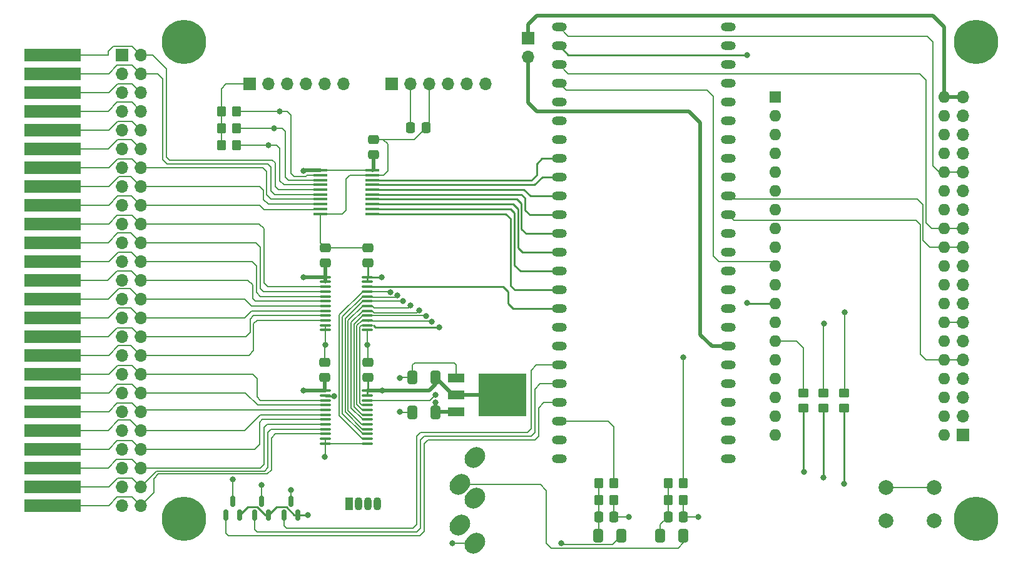
<source format=gbr>
%TF.GenerationSoftware,KiCad,Pcbnew,(6.0.11)*%
%TF.CreationDate,2023-06-18T20:13:54-07:00*%
%TF.ProjectId,TRS-IO-M3,5452532d-494f-42d4-9d33-2e6b69636164,rev?*%
%TF.SameCoordinates,Original*%
%TF.FileFunction,Copper,L1,Top*%
%TF.FilePolarity,Positive*%
%FSLAX46Y46*%
G04 Gerber Fmt 4.6, Leading zero omitted, Abs format (unit mm)*
G04 Created by KiCad (PCBNEW (6.0.11)) date 2023-06-18 20:13:54*
%MOMM*%
%LPD*%
G01*
G04 APERTURE LIST*
G04 Aperture macros list*
%AMRoundRect*
0 Rectangle with rounded corners*
0 $1 Rounding radius*
0 $2 $3 $4 $5 $6 $7 $8 $9 X,Y pos of 4 corners*
0 Add a 4 corners polygon primitive as box body*
4,1,4,$2,$3,$4,$5,$6,$7,$8,$9,$2,$3,0*
0 Add four circle primitives for the rounded corners*
1,1,$1+$1,$2,$3*
1,1,$1+$1,$4,$5*
1,1,$1+$1,$6,$7*
1,1,$1+$1,$8,$9*
0 Add four rect primitives between the rounded corners*
20,1,$1+$1,$2,$3,$4,$5,0*
20,1,$1+$1,$4,$5,$6,$7,0*
20,1,$1+$1,$6,$7,$8,$9,0*
20,1,$1+$1,$8,$9,$2,$3,0*%
%AMHorizOval*
0 Thick line with rounded ends*
0 $1 width*
0 $2 $3 position (X,Y) of the first rounded end (center of the circle)*
0 $4 $5 position (X,Y) of the second rounded end (center of the circle)*
0 Add line between two ends*
20,1,$1,$2,$3,$4,$5,0*
0 Add two circle primitives to create the rounded ends*
1,1,$1,$2,$3*
1,1,$1,$4,$5*%
G04 Aperture macros list end*
%TA.AperFunction,SMDPad,CuDef*%
%ADD10RoundRect,0.100000X-0.850000X-0.100000X0.850000X-0.100000X0.850000X0.100000X-0.850000X0.100000X0*%
%TD*%
%TA.AperFunction,ComponentPad*%
%ADD11C,6.000000*%
%TD*%
%TA.AperFunction,ComponentPad*%
%ADD12C,0.800000*%
%TD*%
%TA.AperFunction,SMDPad,CuDef*%
%ADD13RoundRect,0.250000X0.350000X0.450000X-0.350000X0.450000X-0.350000X-0.450000X0.350000X-0.450000X0*%
%TD*%
%TA.AperFunction,SMDPad,CuDef*%
%ADD14RoundRect,0.250000X-0.450000X0.350000X-0.450000X-0.350000X0.450000X-0.350000X0.450000X0.350000X0*%
%TD*%
%TA.AperFunction,ComponentPad*%
%ADD15R,1.700000X1.700000*%
%TD*%
%TA.AperFunction,ComponentPad*%
%ADD16O,1.700000X1.700000*%
%TD*%
%TA.AperFunction,SMDPad,CuDef*%
%ADD17RoundRect,0.250000X-0.475000X0.337500X-0.475000X-0.337500X0.475000X-0.337500X0.475000X0.337500X0*%
%TD*%
%TA.AperFunction,ComponentPad*%
%ADD18O,2.000000X1.200000*%
%TD*%
%TA.AperFunction,SMDPad,CuDef*%
%ADD19RoundRect,0.250000X0.475000X-0.337500X0.475000X0.337500X-0.475000X0.337500X-0.475000X-0.337500X0*%
%TD*%
%TA.AperFunction,SMDPad,CuDef*%
%ADD20R,2.200000X1.200000*%
%TD*%
%TA.AperFunction,SMDPad,CuDef*%
%ADD21R,6.400000X5.800000*%
%TD*%
%TA.AperFunction,SMDPad,CuDef*%
%ADD22RoundRect,0.100000X-0.637500X-0.100000X0.637500X-0.100000X0.637500X0.100000X-0.637500X0.100000X0*%
%TD*%
%TA.AperFunction,ComponentPad*%
%ADD23HorizOval,2.400000X-0.212132X-0.212132X0.212132X0.212132X0*%
%TD*%
%TA.AperFunction,SMDPad,CuDef*%
%ADD24RoundRect,0.150000X0.150000X-0.587500X0.150000X0.587500X-0.150000X0.587500X-0.150000X-0.587500X0*%
%TD*%
%TA.AperFunction,SMDPad,CuDef*%
%ADD25RoundRect,0.250000X-0.350000X-0.450000X0.350000X-0.450000X0.350000X0.450000X-0.350000X0.450000X0*%
%TD*%
%TA.AperFunction,SMDPad,CuDef*%
%ADD26RoundRect,0.250000X0.412500X0.650000X-0.412500X0.650000X-0.412500X-0.650000X0.412500X-0.650000X0*%
%TD*%
%TA.AperFunction,ComponentPad*%
%ADD27R,1.600000X1.600000*%
%TD*%
%TA.AperFunction,ComponentPad*%
%ADD28O,1.600000X1.600000*%
%TD*%
%TA.AperFunction,SMDPad,CuDef*%
%ADD29RoundRect,0.250000X-0.337500X-0.475000X0.337500X-0.475000X0.337500X0.475000X-0.337500X0.475000X0*%
%TD*%
%TA.AperFunction,ConnectorPad*%
%ADD30R,7.620000X1.778000*%
%TD*%
%TA.AperFunction,ComponentPad*%
%ADD31R,1.070000X1.800000*%
%TD*%
%TA.AperFunction,ComponentPad*%
%ADD32O,1.070000X1.800000*%
%TD*%
%TA.AperFunction,ComponentPad*%
%ADD33C,2.000000*%
%TD*%
%TA.AperFunction,ViaPad*%
%ADD34C,0.800000*%
%TD*%
%TA.AperFunction,Conductor*%
%ADD35C,0.250000*%
%TD*%
%TA.AperFunction,Conductor*%
%ADD36C,0.500380*%
%TD*%
%TA.AperFunction,Conductor*%
%ADD37C,0.200000*%
%TD*%
G04 APERTURE END LIST*
D10*
%TO.P,U3,1,A->B*%
%TO.N,+3V3*%
X143200000Y-78375000D03*
%TO.P,U3,2,A0*%
%TO.N,HSYNC*%
X143200000Y-79025000D03*
%TO.P,U3,3,A1*%
%TO.N,VSYNC*%
X143200000Y-79675000D03*
%TO.P,U3,4,A2*%
%TO.N,VIDEO*%
X143200000Y-80325000D03*
%TO.P,U3,5,A3*%
%TO.N,_IORQ*%
X143200000Y-80975000D03*
%TO.P,U3,6,A4*%
%TO.N,_M1*%
X143200000Y-81625000D03*
%TO.P,U3,7,A5*%
%TO.N,_RESET*%
X143200000Y-82275000D03*
%TO.P,U3,8,A6*%
%TO.N,_OUT*%
X143200000Y-82925000D03*
%TO.P,U3,9,A7*%
%TO.N,_IN*%
X143200000Y-83575000D03*
%TO.P,U3,10,GND*%
%TO.N,GND*%
X143200000Y-84225000D03*
%TO.P,U3,11,B7*%
%TO.N,_INX*%
X150200000Y-84225000D03*
%TO.P,U3,12,B6*%
%TO.N,_OUTX*%
X150200000Y-83575000D03*
%TO.P,U3,13,B5*%
%TO.N,_RESETX*%
X150200000Y-82925000D03*
%TO.P,U3,14,B4*%
%TO.N,_M1X*%
X150200000Y-82275000D03*
%TO.P,U3,15,B3*%
%TO.N,_IORQX*%
X150200000Y-81625000D03*
%TO.P,U3,16,B2*%
%TO.N,VIDEOX*%
X150200000Y-80975000D03*
%TO.P,U3,17,B1*%
%TO.N,VSYNCX*%
X150200000Y-80325000D03*
%TO.P,U3,18,B0*%
%TO.N,HSYNCX*%
X150200000Y-79675000D03*
%TO.P,U3,19,CE*%
%TO.N,GND*%
X150200000Y-79025000D03*
%TO.P,U3,20,VCC*%
%TO.N,+3V3*%
X150200000Y-78375000D03*
%TD*%
D11*
%TO.P,H1,1,1*%
%TO.N,GND*%
X124714000Y-60960000D03*
D12*
X126304990Y-62550990D03*
X123123010Y-59369010D03*
X126964000Y-60960000D03*
X124714000Y-58710000D03*
X122464000Y-60960000D03*
X124714000Y-63210000D03*
X126304990Y-59369010D03*
X123123010Y-62550990D03*
%TD*%
%TO.P,H2,1,1*%
%TO.N,GND*%
X233540990Y-62550990D03*
X234200000Y-60960000D03*
D11*
X231950000Y-60960000D03*
D12*
X229700000Y-60960000D03*
X230359010Y-62550990D03*
X230359010Y-59369010D03*
X233540990Y-59369010D03*
X231950000Y-63210000D03*
X231950000Y-58710000D03*
%TD*%
%TO.P,H3,1,1*%
%TO.N,GND*%
X126964000Y-125476000D03*
X124714000Y-127726000D03*
X126304990Y-123885010D03*
X123123010Y-127066990D03*
D11*
X124714000Y-125476000D03*
D12*
X122464000Y-125476000D03*
X124714000Y-123226000D03*
X126304990Y-127066990D03*
X123123010Y-123885010D03*
%TD*%
%TO.P,H4,1,1*%
%TO.N,GND*%
X233540990Y-123885010D03*
X229700000Y-125476000D03*
X233540990Y-127066990D03*
X231950000Y-127726000D03*
X230359010Y-123885010D03*
X234200000Y-125476000D03*
X231950000Y-123226000D03*
X230359010Y-127066990D03*
D11*
X231950000Y-125476000D03*
%TD*%
D13*
%TO.P,R9,1*%
%TO.N,VSYNC*%
X131810000Y-72644000D03*
%TO.P,R9,2*%
%TO.N,GND*%
X129810000Y-72644000D03*
%TD*%
%TO.P,R8,1*%
%TO.N,HSYNC*%
X131810000Y-70358000D03*
%TO.P,R8,2*%
%TO.N,GND*%
X129810000Y-70358000D03*
%TD*%
D14*
%TO.P,R1,1*%
%TO.N,LED_RED*%
X208534000Y-108474000D03*
%TO.P,R1,2*%
%TO.N,Net-(D1-Pad1)*%
X208534000Y-110474000D03*
%TD*%
%TO.P,R2,1*%
%TO.N,LED_GREEN*%
X214068000Y-108474000D03*
%TO.P,R2,2*%
%TO.N,Net-(D1-Pad4)*%
X214068000Y-110474000D03*
%TD*%
D15*
%TO.P,J5,1,Pin_1*%
%TO.N,GND*%
X133600000Y-66675000D03*
D16*
%TO.P,J5,2,Pin_2*%
%TO.N,VIDEO*%
X136140000Y-66675000D03*
%TO.P,J5,3,Pin_3*%
%TO.N,GND*%
X138680000Y-66675000D03*
%TO.P,J5,4,Pin_4*%
%TO.N,VSYNC*%
X141220000Y-66675000D03*
%TO.P,J5,5,Pin_5*%
%TO.N,GND*%
X143760000Y-66675000D03*
%TO.P,J5,6,Pin_6*%
%TO.N,HSYNC*%
X146300000Y-66675000D03*
%TD*%
D17*
%TO.P,C6,1*%
%TO.N,GND*%
X149650000Y-104312500D03*
%TO.P,C6,2*%
%TO.N,+1V8*%
X149650000Y-106387500D03*
%TD*%
D18*
%TO.P,U5,1,Pad_38*%
%TO.N,CS_SD_CARD*%
X175520000Y-58985000D03*
%TO.P,U5,2,Pad_37*%
%TO.N,MOSI*%
X175520000Y-61525000D03*
%TO.P,U5,3,Pad_36*%
%TO.N,SCK*%
X175520000Y-64065000D03*
%TO.P,U5,4,Pad_39*%
%TO.N,MISO*%
X175520000Y-66605000D03*
%TO.P,U5,5,Pad_25*%
%TO.N,HSYNC_O*%
X175520000Y-69145000D03*
%TO.P,U5,6,Pad_26*%
%TO.N,VSYNC_O*%
X175520000Y-71685000D03*
%TO.P,U5,7,Pad_27*%
%TO.N,VIDEO_O*%
X175520000Y-74225000D03*
%TO.P,U5,8,Pad_28*%
%TO.N,HSYNCX*%
X175520000Y-76765000D03*
%TO.P,U5,9,Pad_29*%
%TO.N,VSYNCX*%
X175520000Y-79305000D03*
%TO.P,U5,10,Pad_30*%
%TO.N,VIDEOX*%
X175520000Y-81845000D03*
%TO.P,U5,11,Pad_33*%
%TO.N,_IORQX*%
X175520000Y-84385000D03*
%TO.P,U5,12,Pad_34*%
%TO.N,_M1X*%
X175520000Y-86925000D03*
%TO.P,U5,13,Pad_40*%
%TO.N,_RESETX*%
X175520000Y-89465000D03*
%TO.P,U5,14,Pad_35*%
%TO.N,_OUTX*%
X175520000Y-92005000D03*
%TO.P,U5,15,Pad_41*%
%TO.N,_INX*%
X175520000Y-94545000D03*
%TO.P,U5,16,Pad_42*%
%TO.N,ABUS_SEL_N*%
X175520000Y-97085000D03*
%TO.P,U5,17,Pad_51*%
%TO.N,READ_N*%
X175520000Y-99625000D03*
%TO.P,U5,18,Pad_53*%
%TO.N,DBUS_SEL_N*%
X175520000Y-102165000D03*
%TO.P,U5,19,Pad_54*%
%TO.N,INT*%
X175520000Y-104705000D03*
%TO.P,U5,20,Pad_55*%
%TO.N,WAIT*%
X175520000Y-107245000D03*
%TO.P,U5,21,Pad_56*%
%TO.N,EXTIOSEL*%
X175520000Y-109785000D03*
%TO.P,U5,22,Pad_57*%
%TO.N,CASS_OUT_LEFT*%
X175520000Y-112325000D03*
%TO.P,U5,23,Pad_68*%
%TO.N,unconnected-(U5-Pad23)*%
X175520000Y-114865000D03*
%TO.P,U5,24,Pad_69*%
%TO.N,unconnected-(U5-Pad24)*%
X175520000Y-117405000D03*
%TO.P,U5,25,3V3*%
%TO.N,+3V3*%
X198420000Y-117405000D03*
%TO.P,U5,26,GND*%
%TO.N,GND*%
X198420000Y-114865000D03*
%TO.P,U5,27,Pad_32*%
%TO.N,ESP_S2*%
X198420000Y-112325000D03*
%TO.P,U5,28,Pad_31*%
%TO.N,ESP_S1*%
X198420000Y-109785000D03*
%TO.P,U5,29,Pad_49*%
%TO.N,ESP_S0*%
X198420000Y-107245000D03*
%TO.P,U5,30,Pad_48*%
%TO.N,CS_FPGA*%
X198420000Y-104705000D03*
%TO.P,U5,31,5V*%
%TO.N,VU*%
X198420000Y-102165000D03*
%TO.P,U5,32,Pad_70*%
%TO.N,unconnected-(U5-Pad32)*%
X198420000Y-99625000D03*
%TO.P,U5,33,Pad_71*%
%TO.N,unconnected-(U5-Pad33)*%
X198420000Y-97085000D03*
%TO.P,U5,34,Pad_72*%
%TO.N,unconnected-(U5-Pad34)*%
X198420000Y-94545000D03*
%TO.P,U5,35,Pad_73*%
%TO.N,unconnected-(U5-Pad35)*%
X198420000Y-92005000D03*
%TO.P,U5,36,Pad_74*%
%TO.N,unconnected-(U5-Pad36)*%
X198420000Y-89465000D03*
%TO.P,U5,37,Pad_75*%
%TO.N,unconnected-(U5-Pad37)*%
X198420000Y-86925000D03*
%TO.P,U5,38,Pad_76*%
%TO.N,REQ*%
X198420000Y-84385000D03*
%TO.P,U5,39,Pad_77*%
%TO.N,DONE*%
X198420000Y-81845000D03*
%TO.P,U5,40,Pad_79*%
%TO.N,A0D7*%
X198420000Y-79305000D03*
%TO.P,U5,41,Pad_80*%
%TO.N,A1D6*%
X198420000Y-76765000D03*
%TO.P,U5,42,Pad_81*%
%TO.N,A2D5*%
X198420000Y-74225000D03*
%TO.P,U5,43,Pad_82*%
%TO.N,A3D4*%
X198420000Y-71685000D03*
%TO.P,U5,44,Pad_83*%
%TO.N,A4D3*%
X198420000Y-69145000D03*
%TO.P,U5,45,Pad_84*%
%TO.N,A5D2*%
X198420000Y-66605000D03*
%TO.P,U5,46,Pad_85*%
%TO.N,A6D1*%
X198420000Y-64065000D03*
%TO.P,U5,47,Pad_86*%
%TO.N,A7D0*%
X198420000Y-61525000D03*
%TO.P,U5,48,Pad_63*%
%TO.N,CASS_OUT_RIGHT*%
X198420000Y-58985000D03*
%TD*%
D19*
%TO.P,C1,1*%
%TO.N,+3V3*%
X143850000Y-90887500D03*
%TO.P,C1,2*%
%TO.N,GND*%
X143850000Y-88812500D03*
%TD*%
D17*
%TO.P,C7,1*%
%TO.N,GND*%
X150400000Y-74162500D03*
%TO.P,C7,2*%
%TO.N,+3V3*%
X150400000Y-76237500D03*
%TD*%
D20*
%TO.P,U4,1,GND*%
%TO.N,GND*%
X161544000Y-106433000D03*
%TO.P,U4,2,VO*%
%TO.N,+1V8*%
X161544000Y-108713000D03*
D21*
X167844000Y-108713000D03*
D20*
%TO.P,U4,3,VI*%
%TO.N,+3V3*%
X161544000Y-110993000D03*
%TD*%
D22*
%TO.P,U2,1,VCCA*%
%TO.N,+3V3*%
X143837500Y-108175000D03*
%TO.P,U2,2,DIR*%
%TO.N,READ_N*%
X143837500Y-108825000D03*
%TO.P,U2,3,A1*%
%TO.N,D7*%
X143837500Y-109475000D03*
%TO.P,U2,4,A2*%
%TO.N,D6*%
X143837500Y-110125000D03*
%TO.P,U2,5,A3*%
%TO.N,D5*%
X143837500Y-110775000D03*
%TO.P,U2,6,A4*%
%TO.N,D4*%
X143837500Y-111425000D03*
%TO.P,U2,7,A5*%
%TO.N,D3*%
X143837500Y-112075000D03*
%TO.P,U2,8,A6*%
%TO.N,D2*%
X143837500Y-112725000D03*
%TO.P,U2,9,A7*%
%TO.N,D1*%
X143837500Y-113375000D03*
%TO.P,U2,10,A8*%
%TO.N,D0*%
X143837500Y-114025000D03*
%TO.P,U2,11,GND*%
%TO.N,GND*%
X143837500Y-114675000D03*
%TO.P,U2,12,GND*%
X143837500Y-115325000D03*
%TO.P,U2,13,GND*%
X149562500Y-115325000D03*
%TO.P,U2,14,B8*%
%TO.N,A7D0*%
X149562500Y-114675000D03*
%TO.P,U2,15,B7*%
%TO.N,A6D1*%
X149562500Y-114025000D03*
%TO.P,U2,16,B6*%
%TO.N,A5D2*%
X149562500Y-113375000D03*
%TO.P,U2,17,B5*%
%TO.N,A4D3*%
X149562500Y-112725000D03*
%TO.P,U2,18,B4*%
%TO.N,A3D4*%
X149562500Y-112075000D03*
%TO.P,U2,19,B3*%
%TO.N,A2D5*%
X149562500Y-111425000D03*
%TO.P,U2,20,B2*%
%TO.N,A1D6*%
X149562500Y-110775000D03*
%TO.P,U2,21,B1*%
%TO.N,A0D7*%
X149562500Y-110125000D03*
%TO.P,U2,22,OEn*%
%TO.N,DBUS_SEL_N*%
X149562500Y-109475000D03*
%TO.P,U2,23,VCCB*%
%TO.N,+1V8*%
X149562500Y-108825000D03*
%TO.P,U2,24,VCCB*%
X149562500Y-108175000D03*
%TD*%
D17*
%TO.P,C3,1*%
%TO.N,GND*%
X149600000Y-88812500D03*
%TO.P,C3,2*%
%TO.N,+1V8*%
X149600000Y-90887500D03*
%TD*%
D23*
%TO.P,J7,R*%
%TO.N,Net-(C12-Pad1)*%
X162084000Y-120878000D03*
%TO.P,J7,RN*%
%TO.N,N/C*%
X164084000Y-122678000D03*
%TO.P,J7,S*%
%TO.N,GND*%
X164084000Y-128778000D03*
%TO.P,J7,T*%
%TO.N,Net-(C11-Pad1)*%
X162084000Y-126378000D03*
%TO.P,J7,TN*%
%TO.N,N/C*%
X164084000Y-117178000D03*
%TD*%
D24*
%TO.P,Q2,1,G*%
%TO.N,WAIT*%
X134279600Y-124991100D03*
%TO.P,Q2,2,S*%
%TO.N,GND*%
X136179600Y-124991100D03*
%TO.P,Q2,3,D*%
%TO.N,_IOWAIT*%
X135229600Y-123116100D03*
%TD*%
D25*
%TO.P,R7,1*%
%TO.N,Net-(C10-Pad1)*%
X190262000Y-122936000D03*
%TO.P,R7,2*%
%TO.N,GND*%
X192262000Y-122936000D03*
%TD*%
D26*
%TO.P,C4,1*%
%TO.N,+1V8*%
X158781500Y-106338000D03*
%TO.P,C4,2*%
%TO.N,GND*%
X155656500Y-106338000D03*
%TD*%
D15*
%TO.P,J4,1,Pin_1*%
%TO.N,+5V*%
X171300000Y-60475000D03*
D16*
%TO.P,J4,2,Pin_2*%
%TO.N,VU*%
X171300000Y-63015000D03*
%TD*%
D26*
%TO.P,C12,1*%
%TO.N,Net-(C12-Pad1)*%
X192316500Y-127762000D03*
%TO.P,C12,2*%
%TO.N,Net-(C10-Pad1)*%
X189191500Y-127762000D03*
%TD*%
D27*
%TO.P,U6,1,GPIO6*%
%TO.N,unconnected-(U6-Pad1)*%
X204750000Y-68400000D03*
D28*
%TO.P,U6,2,GPIO7*%
%TO.N,unconnected-(U6-Pad2)*%
X204750000Y-70940000D03*
%TO.P,U6,3,GPIO8*%
%TO.N,unconnected-(U6-Pad3)*%
X204750000Y-73480000D03*
%TO.P,U6,4,GPIO15*%
%TO.N,CS_FPGA*%
X204750000Y-76020000D03*
%TO.P,U6,5,GPIO2*%
%TO.N,unconnected-(U6-Pad5)*%
X204750000Y-78560000D03*
%TO.P,U6,6,GPIO0*%
%TO.N,unconnected-(U6-Pad6)*%
X204750000Y-81100000D03*
%TO.P,U6,7,GPIO4*%
%TO.N,LED_GREEN*%
X204750000Y-83640000D03*
%TO.P,U6,8,GPIO16*%
%TO.N,ESP_S0*%
X204750000Y-86180000D03*
%TO.P,U6,9,GPIO17*%
%TO.N,ESP_S1*%
X204750000Y-88720000D03*
%TO.P,U6,10,GPIO5*%
%TO.N,MISO*%
X204750000Y-91260000D03*
%TO.P,U6,11,GPIO18*%
%TO.N,ESP_S2*%
X204750000Y-93800000D03*
%TO.P,U6,12,GPIO19*%
%TO.N,MOSI*%
X204750000Y-96340000D03*
%TO.P,U6,13,GND*%
%TO.N,GND*%
X204750000Y-98880000D03*
%TO.P,U6,14,GPIO21*%
%TO.N,LED_RED*%
X204750000Y-101420000D03*
%TO.P,U6,15,GPIO3*%
%TO.N,unconnected-(U6-Pad15)*%
X204750000Y-103960000D03*
%TO.P,U6,16,GPIO1*%
%TO.N,unconnected-(U6-Pad16)*%
X204750000Y-106500000D03*
%TO.P,U6,17,GPIO22*%
%TO.N,BUTTON*%
X204750000Y-109040000D03*
%TO.P,U6,18,GPIO23*%
%TO.N,unconnected-(U6-Pad18)*%
X204750000Y-111580000D03*
%TO.P,U6,19,GND*%
%TO.N,GND*%
X204750000Y-114120000D03*
%TO.P,U6,20,3V3*%
%TO.N,unconnected-(U6-Pad20)*%
X227610000Y-114120000D03*
%TO.P,U6,21,RESET*%
%TO.N,unconnected-(U6-Pad21)*%
X227610000Y-111580000D03*
%TO.P,U6,22,GPIO36*%
%TO.N,unconnected-(U6-Pad22)*%
X227610000Y-109040000D03*
%TO.P,U6,23,GPIO39*%
%TO.N,unconnected-(U6-Pad23)*%
X227610000Y-106500000D03*
%TO.P,U6,24,GPIO34*%
%TO.N,REQ*%
X227610000Y-103960000D03*
%TO.P,U6,25,GPIO35*%
%TO.N,unconnected-(U6-Pad25)*%
X227610000Y-101420000D03*
%TO.P,U6,26,GPIO32*%
%TO.N,LED_BLUE*%
X227610000Y-98880000D03*
%TO.P,U6,27,GPIO33*%
%TO.N,unconnected-(U6-Pad27)*%
X227610000Y-96340000D03*
%TO.P,U6,28,GPIO25*%
%TO.N,unconnected-(U6-Pad28)*%
X227610000Y-93800000D03*
%TO.P,U6,29,GPIO26*%
%TO.N,unconnected-(U6-Pad29)*%
X227610000Y-91260000D03*
%TO.P,U6,30,GPIO27*%
%TO.N,DONE*%
X227610000Y-88720000D03*
%TO.P,U6,31,GPIO14*%
%TO.N,SCK*%
X227610000Y-86180000D03*
%TO.P,U6,32,GPIO12*%
%TO.N,unconnected-(U6-Pad32)*%
X227610000Y-83640000D03*
%TO.P,U6,33,GND*%
%TO.N,GND*%
X227610000Y-81100000D03*
%TO.P,U6,34,GPIO13*%
%TO.N,CS_SD_CARD*%
X227610000Y-78560000D03*
%TO.P,U6,35,GPIO9*%
%TO.N,unconnected-(U6-Pad35)*%
X227610000Y-76020000D03*
%TO.P,U6,36,GPIO10*%
%TO.N,unconnected-(U6-Pad36)*%
X227610000Y-73480000D03*
%TO.P,U6,37,GPIO11*%
%TO.N,unconnected-(U6-Pad37)*%
X227610000Y-70940000D03*
%TO.P,U6,38,5V*%
%TO.N,+5V*%
X227610000Y-68463500D03*
%TD*%
D29*
%TO.P,C9,1*%
%TO.N,Net-(C11-Pad2)*%
X180826500Y-125222000D03*
%TO.P,C9,2*%
%TO.N,GND*%
X182901500Y-125222000D03*
%TD*%
D30*
%TO.P,J1,1,Pin_1*%
%TO.N,D0*%
X106934000Y-123698000D03*
%TO.P,J1,3,Pin_3*%
%TO.N,D1*%
X106934000Y-121158000D03*
%TO.P,J1,5,Pin_5*%
%TO.N,D2*%
X106934000Y-118618000D03*
%TO.P,J1,7,Pin_7*%
%TO.N,D3*%
X106934000Y-116078000D03*
%TO.P,J1,9,Pin_9*%
%TO.N,D4*%
X106934000Y-113538000D03*
%TO.P,J1,11,Pin_11*%
%TO.N,D5*%
X106934000Y-110998000D03*
%TO.P,J1,13,Pin_13*%
%TO.N,D6*%
X106934000Y-108458000D03*
%TO.P,J1,15,Pin_15*%
%TO.N,D7*%
X106934000Y-105918000D03*
%TO.P,J1,17,Pin_17*%
%TO.N,A0*%
X106934000Y-103378000D03*
%TO.P,J1,19,Pin_19*%
%TO.N,A1*%
X106934000Y-100838000D03*
%TO.P,J1,21,Pin_21*%
%TO.N,A2*%
X106934000Y-98298000D03*
%TO.P,J1,23,Pin_23*%
%TO.N,A3*%
X106934000Y-95758000D03*
%TO.P,J1,25,Pin_25*%
%TO.N,A4*%
X106934000Y-93218000D03*
%TO.P,J1,27,Pin_27*%
%TO.N,A5*%
X106934000Y-90678000D03*
%TO.P,J1,29,Pin_29*%
%TO.N,A6*%
X106934000Y-88138000D03*
%TO.P,J1,31,Pin_31*%
%TO.N,A7*%
X106934000Y-85598000D03*
%TO.P,J1,33,Pin_33*%
%TO.N,_IN*%
X106934000Y-83058000D03*
%TO.P,J1,35,Pin_35*%
%TO.N,_OUT*%
X106934000Y-80518000D03*
%TO.P,J1,37,Pin_37*%
%TO.N,_RESET*%
X106934000Y-77978000D03*
%TO.P,J1,39,Pin_39*%
%TO.N,_IOINT*%
X106934000Y-75438000D03*
%TO.P,J1,41,Pin_41*%
%TO.N,_IOWAIT*%
X106934000Y-72898000D03*
%TO.P,J1,43,Pin_43*%
%TO.N,_EXTIOSEL*%
X106934000Y-70358000D03*
%TO.P,J1,45,Pin_45*%
%TO.N,NC*%
X106934000Y-67818000D03*
%TO.P,J1,47,Pin_47*%
%TO.N,_M1*%
X106934000Y-65278000D03*
%TO.P,J1,49,Pin_49*%
%TO.N,_IORQ*%
X106934000Y-62738000D03*
%TD*%
D24*
%TO.P,Q1,1,G*%
%TO.N,INT*%
X138242000Y-124991100D03*
%TO.P,Q1,2,S*%
%TO.N,GND*%
X140142000Y-124991100D03*
%TO.P,Q1,3,D*%
%TO.N,_IOINT*%
X139192000Y-123116100D03*
%TD*%
D15*
%TO.P,J6,1,Pin_1*%
%TO.N,GND*%
X152800000Y-66675000D03*
D16*
%TO.P,J6,2,Pin_2*%
%TO.N,VIDEO_O*%
X155340000Y-66675000D03*
%TO.P,J6,3,Pin_3*%
%TO.N,GND*%
X157880000Y-66675000D03*
%TO.P,J6,4,Pin_4*%
%TO.N,VSYNC_O*%
X160420000Y-66675000D03*
%TO.P,J6,5,Pin_5*%
%TO.N,GND*%
X162960000Y-66675000D03*
%TO.P,J6,6,Pin_6*%
%TO.N,HSYNC_O*%
X165500000Y-66675000D03*
%TD*%
D14*
%TO.P,R3,1*%
%TO.N,LED_BLUE*%
X211274000Y-108474000D03*
%TO.P,R3,2*%
%TO.N,Net-(D1-Pad3)*%
X211274000Y-110474000D03*
%TD*%
D29*
%TO.P,C10,1*%
%TO.N,Net-(C10-Pad1)*%
X190224500Y-125222000D03*
%TO.P,C10,2*%
%TO.N,GND*%
X192299500Y-125222000D03*
%TD*%
D25*
%TO.P,R4,1*%
%TO.N,Net-(C11-Pad2)*%
X180864000Y-120650000D03*
%TO.P,R4,2*%
%TO.N,CASS_OUT_LEFT*%
X182864000Y-120650000D03*
%TD*%
%TO.P,R6,1*%
%TO.N,Net-(C11-Pad2)*%
X180864000Y-122936000D03*
%TO.P,R6,2*%
%TO.N,GND*%
X182864000Y-122936000D03*
%TD*%
D31*
%TO.P,D1,1,RA*%
%TO.N,Net-(D1-Pad1)*%
X147045600Y-123444000D03*
D32*
%TO.P,D1,2,K*%
%TO.N,GND*%
X148315600Y-123444000D03*
%TO.P,D1,3,BA*%
%TO.N,Net-(D1-Pad3)*%
X149585600Y-123444000D03*
%TO.P,D1,4,GA*%
%TO.N,Net-(D1-Pad4)*%
X150855600Y-123444000D03*
%TD*%
D25*
%TO.P,R5,1*%
%TO.N,Net-(C10-Pad1)*%
X190262000Y-120650000D03*
%TO.P,R5,2*%
%TO.N,CASS_OUT_RIGHT*%
X192262000Y-120650000D03*
%TD*%
D16*
%TO.P,J2,1,Pin_1*%
%TO.N,D0*%
X118867000Y-123703000D03*
%TO.P,J2,2,Pin_2*%
%TO.N,GND*%
X116327000Y-123703000D03*
%TO.P,J2,3,Pin_3*%
%TO.N,D1*%
X118867000Y-121163000D03*
%TO.P,J2,4,Pin_4*%
%TO.N,GND*%
X116327000Y-121163000D03*
%TO.P,J2,5,Pin_5*%
%TO.N,D2*%
X118867000Y-118623000D03*
%TO.P,J2,6,Pin_6*%
%TO.N,GND*%
X116327000Y-118623000D03*
%TO.P,J2,7,Pin_7*%
%TO.N,D3*%
X118867000Y-116083000D03*
%TO.P,J2,8,Pin_8*%
%TO.N,GND*%
X116327000Y-116083000D03*
%TO.P,J2,9,Pin_9*%
%TO.N,D4*%
X118867000Y-113543000D03*
%TO.P,J2,10,Pin_10*%
%TO.N,GND*%
X116327000Y-113543000D03*
%TO.P,J2,11,Pin_11*%
%TO.N,D5*%
X118867000Y-111003000D03*
%TO.P,J2,12,Pin_12*%
%TO.N,GND*%
X116327000Y-111003000D03*
%TO.P,J2,13,Pin_13*%
%TO.N,D6*%
X118867000Y-108463000D03*
%TO.P,J2,14,Pin_14*%
%TO.N,GND*%
X116327000Y-108463000D03*
%TO.P,J2,15,Pin_15*%
%TO.N,D7*%
X118867000Y-105923000D03*
%TO.P,J2,16,Pin_16*%
%TO.N,GND*%
X116327000Y-105923000D03*
%TO.P,J2,17,Pin_17*%
%TO.N,A0*%
X118867000Y-103383000D03*
%TO.P,J2,18,Pin_18*%
%TO.N,GND*%
X116327000Y-103383000D03*
%TO.P,J2,19,Pin_19*%
%TO.N,A1*%
X118867000Y-100843000D03*
%TO.P,J2,20,Pin_20*%
%TO.N,GND*%
X116327000Y-100843000D03*
%TO.P,J2,21,Pin_21*%
%TO.N,A2*%
X118867000Y-98303000D03*
%TO.P,J2,22,Pin_22*%
%TO.N,GND*%
X116327000Y-98303000D03*
%TO.P,J2,23,Pin_23*%
%TO.N,A3*%
X118867000Y-95763000D03*
%TO.P,J2,24,Pin_24*%
%TO.N,GND*%
X116327000Y-95763000D03*
%TO.P,J2,25,Pin_25*%
%TO.N,A4*%
X118867000Y-93223000D03*
%TO.P,J2,26,Pin_26*%
%TO.N,GND*%
X116327000Y-93223000D03*
%TO.P,J2,27,Pin_27*%
%TO.N,A5*%
X118867000Y-90683000D03*
%TO.P,J2,28,Pin_28*%
%TO.N,GND*%
X116327000Y-90683000D03*
%TO.P,J2,29,Pin_29*%
%TO.N,A6*%
X118867000Y-88143000D03*
%TO.P,J2,30,Pin_30*%
%TO.N,GND*%
X116327000Y-88143000D03*
%TO.P,J2,31,Pin_31*%
%TO.N,A7*%
X118867000Y-85603000D03*
%TO.P,J2,32,Pin_32*%
%TO.N,GND*%
X116327000Y-85603000D03*
%TO.P,J2,33,Pin_33*%
%TO.N,_IN*%
X118867000Y-83063000D03*
%TO.P,J2,34,Pin_34*%
%TO.N,GND*%
X116327000Y-83063000D03*
%TO.P,J2,35,Pin_35*%
%TO.N,_OUT*%
X118867000Y-80523000D03*
%TO.P,J2,36,Pin_36*%
%TO.N,GND*%
X116327000Y-80523000D03*
%TO.P,J2,37,Pin_37*%
%TO.N,_RESET*%
X118867000Y-77983000D03*
%TO.P,J2,38,Pin_38*%
%TO.N,GND*%
X116327000Y-77983000D03*
%TO.P,J2,39,Pin_39*%
%TO.N,_IOINT*%
X118867000Y-75443000D03*
%TO.P,J2,40,Pin_40*%
%TO.N,GND*%
X116327000Y-75443000D03*
%TO.P,J2,41,Pin_41*%
%TO.N,_IOWAIT*%
X118867000Y-72903000D03*
%TO.P,J2,42,Pin_42*%
%TO.N,GND*%
X116327000Y-72903000D03*
%TO.P,J2,43,Pin_43*%
%TO.N,_EXTIOSEL*%
X118867000Y-70363000D03*
%TO.P,J2,44,Pin_44*%
%TO.N,GND*%
X116327000Y-70363000D03*
%TO.P,J2,45,Pin_45*%
%TO.N,NC*%
X118867000Y-67823000D03*
%TO.P,J2,46,Pin_46*%
%TO.N,GND*%
X116327000Y-67823000D03*
%TO.P,J2,47,Pin_47*%
%TO.N,_M1*%
X118867000Y-65283000D03*
%TO.P,J2,48,Pin_48*%
%TO.N,GND*%
X116327000Y-65283000D03*
%TO.P,J2,49,Pin_49*%
%TO.N,_IORQ*%
X118867000Y-62743000D03*
D15*
%TO.P,J2,50,Pin_50*%
%TO.N,GND*%
X116327000Y-62743000D03*
%TD*%
D26*
%TO.P,C11,1*%
%TO.N,Net-(C11-Pad1)*%
X183934500Y-127762000D03*
%TO.P,C11,2*%
%TO.N,Net-(C11-Pad2)*%
X180809500Y-127762000D03*
%TD*%
D19*
%TO.P,C2,1*%
%TO.N,+3V3*%
X143800000Y-106387500D03*
%TO.P,C2,2*%
%TO.N,GND*%
X143800000Y-104312500D03*
%TD*%
D33*
%TO.P,SW1,1,1*%
%TO.N,GND*%
X226250000Y-125750000D03*
X219750000Y-125750000D03*
%TO.P,SW1,2,2*%
%TO.N,BUTTON*%
X226250000Y-121250000D03*
X219750000Y-121250000D03*
%TD*%
D22*
%TO.P,U1,1,VCCA*%
%TO.N,+3V3*%
X143837500Y-92800000D03*
%TO.P,U1,2,DIR*%
X143837500Y-93450000D03*
%TO.P,U1,3,A1*%
%TO.N,A7*%
X143837500Y-94100000D03*
%TO.P,U1,4,A2*%
%TO.N,A6*%
X143837500Y-94750000D03*
%TO.P,U1,5,A3*%
%TO.N,A5*%
X143837500Y-95400000D03*
%TO.P,U1,6,A4*%
%TO.N,A4*%
X143837500Y-96050000D03*
%TO.P,U1,7,A5*%
%TO.N,A3*%
X143837500Y-96700000D03*
%TO.P,U1,8,A6*%
%TO.N,A2*%
X143837500Y-97350000D03*
%TO.P,U1,9,A7*%
%TO.N,A1*%
X143837500Y-98000000D03*
%TO.P,U1,10,A8*%
%TO.N,A0*%
X143837500Y-98650000D03*
%TO.P,U1,11,GND*%
%TO.N,GND*%
X143837500Y-99300000D03*
%TO.P,U1,12,GND*%
X143837500Y-99950000D03*
%TO.P,U1,13,GND*%
X149562500Y-99950000D03*
%TO.P,U1,14,B8*%
%TO.N,A0D7*%
X149562500Y-99300000D03*
%TO.P,U1,15,B7*%
%TO.N,A1D6*%
X149562500Y-98650000D03*
%TO.P,U1,16,B6*%
%TO.N,A2D5*%
X149562500Y-98000000D03*
%TO.P,U1,17,B5*%
%TO.N,A3D4*%
X149562500Y-97350000D03*
%TO.P,U1,18,B4*%
%TO.N,A4D3*%
X149562500Y-96700000D03*
%TO.P,U1,19,B3*%
%TO.N,A5D2*%
X149562500Y-96050000D03*
%TO.P,U1,20,B2*%
%TO.N,A6D1*%
X149562500Y-95400000D03*
%TO.P,U1,21,B1*%
%TO.N,A7D0*%
X149562500Y-94750000D03*
%TO.P,U1,22,OEn*%
%TO.N,ABUS_SEL_N*%
X149562500Y-94100000D03*
%TO.P,U1,23,VCCB*%
%TO.N,+1V8*%
X149562500Y-93450000D03*
%TO.P,U1,24,VCCB*%
X149562500Y-92800000D03*
%TD*%
D26*
%TO.P,C5,1*%
%TO.N,+3V3*%
X158731500Y-111138000D03*
%TO.P,C5,2*%
%TO.N,GND*%
X155606500Y-111138000D03*
%TD*%
D29*
%TO.P,C8,1*%
%TO.N,VIDEO_O*%
X155375000Y-72550000D03*
%TO.P,C8,2*%
%TO.N,GND*%
X157450000Y-72550000D03*
%TD*%
D15*
%TO.P,J3,1,Pin_1*%
%TO.N,unconnected-(J3-Pad1)*%
X230150000Y-114150000D03*
D16*
%TO.P,J3,2,Pin_2*%
%TO.N,unconnected-(J3-Pad2)*%
X230150000Y-111610000D03*
%TO.P,J3,3,Pin_3*%
%TO.N,unconnected-(J3-Pad3)*%
X230150000Y-109070000D03*
%TO.P,J3,4,Pin_4*%
%TO.N,unconnected-(J3-Pad4)*%
X230150000Y-106530000D03*
%TO.P,J3,5,Pin_5*%
%TO.N,REQ*%
X230150000Y-103990000D03*
%TO.P,J3,6,Pin_6*%
%TO.N,unconnected-(J3-Pad6)*%
X230150000Y-101450000D03*
%TO.P,J3,7,Pin_7*%
%TO.N,LED_BLUE*%
X230150000Y-98910000D03*
%TO.P,J3,8,Pin_8*%
%TO.N,unconnected-(J3-Pad8)*%
X230150000Y-96370000D03*
%TO.P,J3,9,Pin_9*%
%TO.N,unconnected-(J3-Pad9)*%
X230150000Y-93830000D03*
%TO.P,J3,10,Pin_10*%
%TO.N,unconnected-(J3-Pad10)*%
X230150000Y-91290000D03*
%TO.P,J3,11,Pin_11*%
%TO.N,DONE*%
X230150000Y-88750000D03*
%TO.P,J3,12,Pin_12*%
%TO.N,SCK*%
X230150000Y-86210000D03*
%TO.P,J3,13,Pin_13*%
%TO.N,unconnected-(J3-Pad13)*%
X230150000Y-83670000D03*
%TO.P,J3,14,Pin_14*%
%TO.N,GND*%
X230150000Y-81130000D03*
%TO.P,J3,15,Pin_15*%
%TO.N,CS_SD_CARD*%
X230150000Y-78590000D03*
%TO.P,J3,16,Pin_16*%
%TO.N,unconnected-(J3-Pad16)*%
X230150000Y-76050000D03*
%TO.P,J3,17,Pin_17*%
%TO.N,unconnected-(J3-Pad17)*%
X230150000Y-73510000D03*
%TO.P,J3,18,Pin_18*%
%TO.N,unconnected-(J3-Pad18)*%
X230150000Y-70970000D03*
%TO.P,J3,19,Pin_19*%
%TO.N,+5V*%
X230150000Y-68430000D03*
%TD*%
D13*
%TO.P,R10,1*%
%TO.N,VIDEO*%
X131810000Y-74930000D03*
%TO.P,R10,2*%
%TO.N,GND*%
X129810000Y-74930000D03*
%TD*%
D24*
%TO.P,Q3,1,G*%
%TO.N,EXTIOSEL*%
X130368000Y-124991100D03*
%TO.P,Q3,2,S*%
%TO.N,GND*%
X132268000Y-124991100D03*
%TO.P,Q3,3,D*%
%TO.N,_EXTIOSEL*%
X131318000Y-123116100D03*
%TD*%
D34*
%TO.N,READ_N*%
X145025500Y-108864400D03*
%TO.N,GND*%
X149550000Y-101950000D03*
X184912000Y-125222000D03*
X143750000Y-117150000D03*
X153924000Y-110998000D03*
X161036000Y-128778000D03*
X153924000Y-106426000D03*
X194310000Y-125222000D03*
X141478000Y-125018800D03*
X143850000Y-101950000D03*
%TO.N,+3V3*%
X158750000Y-109728000D03*
X140900000Y-78450000D03*
X140900000Y-92800000D03*
X140900000Y-108150000D03*
%TO.N,_IOINT*%
X139192000Y-121615200D03*
%TO.N,_IOWAIT*%
X135229600Y-120904000D03*
%TO.N,_EXTIOSEL*%
X131318000Y-120142000D03*
%TO.N,A2D5*%
X157480000Y-98044000D03*
%TO.N,A0D7*%
X159258000Y-99568000D03*
%TO.N,A1D6*%
X158242000Y-98806000D03*
%TO.N,+1V8*%
X151500000Y-92850000D03*
X151525000Y-108175000D03*
%TO.N,VIDEO*%
X136144000Y-74930000D03*
%TO.N,VSYNC*%
X136906000Y-72644000D03*
%TO.N,HSYNC*%
X137668000Y-70358000D03*
%TO.N,MOSI*%
X200914000Y-62738000D03*
X200914000Y-96266000D03*
%TO.N,A3D4*%
X156550000Y-97300000D03*
%TO.N,A4D3*%
X155400000Y-96650000D03*
%TO.N,A5D2*%
X154350000Y-96050000D03*
%TO.N,A6D1*%
X153582448Y-95293852D03*
%TO.N,A7D0*%
X152700000Y-94824500D03*
%TO.N,DBUS_SEL_N*%
X158750000Y-108712000D03*
%TO.N,LED_GREEN*%
X214122000Y-97536000D03*
%TO.N,LED_BLUE*%
X211328000Y-99060000D03*
%TO.N,Net-(D1-Pad4)*%
X214071200Y-120751600D03*
%TO.N,Net-(D1-Pad3)*%
X211277200Y-119938800D03*
%TO.N,Net-(D1-Pad1)*%
X208584800Y-119176800D03*
%TO.N,Net-(C11-Pad1)*%
X175768000Y-128778000D03*
%TO.N,CASS_OUT_RIGHT*%
X192278000Y-103632000D03*
%TD*%
D35*
%TO.N,READ_N*%
X145025500Y-108864400D02*
X143876900Y-108864400D01*
X143876900Y-108864400D02*
X143837500Y-108825000D01*
D36*
%TO.N,+5V*%
X171300000Y-60475000D02*
X171300000Y-58570000D01*
X230150000Y-68430000D02*
X227643500Y-68430000D01*
X226060000Y-57404000D02*
X227610000Y-58954000D01*
X172466000Y-57404000D02*
X226060000Y-57404000D01*
X227643500Y-68430000D02*
X227610000Y-68463500D01*
X171300000Y-58570000D02*
X172466000Y-57404000D01*
X227610000Y-58954000D02*
X227610000Y-68463500D01*
D37*
%TO.N,GND*%
X192262000Y-125184500D02*
X192299500Y-125222000D01*
X149562500Y-101937500D02*
X149550000Y-101950000D01*
X149562500Y-99950000D02*
X149562500Y-101937500D01*
X143800000Y-104312500D02*
X143800000Y-102000000D01*
X130429000Y-66675000D02*
X133600000Y-66675000D01*
X155956000Y-104394000D02*
X155656500Y-104693500D01*
X150400000Y-74162500D02*
X155837500Y-74162500D01*
X129810000Y-70358000D02*
X129810000Y-67294000D01*
X143837500Y-115325000D02*
X149562500Y-115325000D01*
D35*
X134605449Y-123901200D02*
X135695349Y-124991100D01*
D37*
X129810000Y-72644000D02*
X129810000Y-74930000D01*
X155656500Y-106338000D02*
X154012000Y-106338000D01*
D35*
X136179600Y-124991100D02*
X137269500Y-123901200D01*
D37*
X164084000Y-128778000D02*
X161036000Y-128778000D01*
X150200000Y-79025000D02*
X147136600Y-79025000D01*
D35*
X139657749Y-124991100D02*
X140142000Y-124991100D01*
D37*
X143837500Y-99300000D02*
X143837500Y-99950000D01*
X143837500Y-101937500D02*
X143850000Y-101950000D01*
X154064000Y-111138000D02*
X153924000Y-110998000D01*
X129810000Y-70358000D02*
X129810000Y-72644000D01*
X143200000Y-88162500D02*
X143850000Y-88812500D01*
D35*
X135695349Y-124991100D02*
X136179600Y-124991100D01*
D37*
X149650000Y-104312500D02*
X149650000Y-102050000D01*
X143837500Y-117062500D02*
X143750000Y-117150000D01*
D35*
X138567849Y-123901200D02*
X139657749Y-124991100D01*
D37*
X155606500Y-111138000D02*
X154064000Y-111138000D01*
X192262000Y-122936000D02*
X192262000Y-125184500D01*
X182864000Y-122936000D02*
X182864000Y-125184500D01*
X161290000Y-104394000D02*
X155956000Y-104394000D01*
X192299500Y-125222000D02*
X194310000Y-125222000D01*
X151725000Y-79025000D02*
X152300000Y-78450000D01*
X182901500Y-125222000D02*
X184912000Y-125222000D01*
X157880000Y-72120000D02*
X157880000Y-66675000D01*
X182864000Y-125184500D02*
X182901500Y-125222000D01*
X143800000Y-102000000D02*
X143850000Y-101950000D01*
X149650000Y-102050000D02*
X149550000Y-101950000D01*
X149600000Y-88812500D02*
X143850000Y-88812500D01*
X147136600Y-79025000D02*
X146650000Y-79511600D01*
X155837500Y-74162500D02*
X157450000Y-72550000D01*
D35*
X141450300Y-124991100D02*
X141478000Y-125018800D01*
X132268000Y-124991100D02*
X133357900Y-123901200D01*
D37*
X129810000Y-67294000D02*
X130429000Y-66675000D01*
X143837500Y-114675000D02*
X143837500Y-115325000D01*
X155656500Y-104693500D02*
X155656500Y-106338000D01*
X146650000Y-79511600D02*
X146650000Y-83728000D01*
X143837500Y-115325000D02*
X143837500Y-117062500D01*
X152300000Y-74800000D02*
X151662500Y-74162500D01*
X157450000Y-72550000D02*
X157880000Y-72120000D01*
X161544000Y-106433000D02*
X161544000Y-104648000D01*
X152300000Y-78450000D02*
X152300000Y-74800000D01*
X146650000Y-83728000D02*
X146153000Y-84225000D01*
X146153000Y-84225000D02*
X143200000Y-84225000D01*
X161544000Y-104648000D02*
X161290000Y-104394000D01*
X143837500Y-99950000D02*
X143837500Y-101937500D01*
D35*
X140142000Y-124991100D02*
X141450300Y-124991100D01*
D37*
X143200000Y-84225000D02*
X143200000Y-88162500D01*
X150200000Y-79025000D02*
X151725000Y-79025000D01*
X154012000Y-106338000D02*
X153924000Y-106426000D01*
X151662500Y-74162500D02*
X150400000Y-74162500D01*
D35*
X137269500Y-123901200D02*
X138567849Y-123901200D01*
X133357900Y-123901200D02*
X134605449Y-123901200D01*
D36*
%TO.N,+3V3*%
X143837500Y-92800000D02*
X143837500Y-93450000D01*
X150400000Y-78175000D02*
X150250190Y-78324810D01*
X150400000Y-76237500D02*
X150400000Y-78175000D01*
X143850000Y-92787500D02*
X143837500Y-92800000D01*
X140900000Y-78450000D02*
X141025190Y-78324810D01*
X161544000Y-110993000D02*
X158876500Y-110993000D01*
X140925000Y-108175000D02*
X140900000Y-108150000D01*
X158750000Y-111119500D02*
X158731500Y-111138000D01*
X141025190Y-78324810D02*
X143149810Y-78324810D01*
X143850000Y-90887500D02*
X143850000Y-92787500D01*
X143800000Y-108137500D02*
X143837500Y-108175000D01*
X158750000Y-109728000D02*
X158750000Y-111119500D01*
D37*
X150200000Y-78375000D02*
X143200000Y-78375000D01*
D36*
X143837500Y-108175000D02*
X140925000Y-108175000D01*
X150250190Y-78324810D02*
X150200000Y-78324810D01*
X143800000Y-106387500D02*
X143800000Y-108137500D01*
X143837500Y-92800000D02*
X140900000Y-92800000D01*
D37*
%TO.N,VIDEO_O*%
X155340000Y-72515000D02*
X155340000Y-66675000D01*
X155375000Y-72550000D02*
X155340000Y-72515000D01*
%TO.N,_IN*%
X117637367Y-81833367D02*
X118867000Y-83063000D01*
X134963000Y-83063000D02*
X135575000Y-83675000D01*
X106934000Y-83058000D02*
X114558000Y-83058000D01*
X114558000Y-83058000D02*
X115782633Y-81833367D01*
X118867000Y-83063000D02*
X134963000Y-83063000D01*
X135575000Y-83675000D02*
X142925000Y-83675000D01*
X115782633Y-81833367D02*
X117637367Y-81833367D01*
%TO.N,_OUT*%
X136125000Y-82925000D02*
X143200000Y-82925000D01*
X106934000Y-80518000D02*
X114532000Y-80518000D01*
X117507367Y-79163367D02*
X118867000Y-80523000D01*
X118867000Y-80523000D02*
X134973000Y-80523000D01*
X114532000Y-80518000D02*
X115886633Y-79163367D01*
X134973000Y-80523000D02*
X135500000Y-81050000D01*
X135500000Y-81050000D02*
X135500000Y-82300000D01*
X135500000Y-82300000D02*
X136125000Y-82925000D01*
X115886633Y-79163367D02*
X117507367Y-79163367D01*
%TO.N,_RESET*%
X114522000Y-77978000D02*
X115706633Y-76793367D01*
X117677367Y-76793367D02*
X118867000Y-77983000D01*
X118867000Y-77983000D02*
X135360000Y-77983000D01*
X135900000Y-78523000D02*
X135900000Y-81650000D01*
X115706633Y-76793367D02*
X117677367Y-76793367D01*
X136525000Y-82275000D02*
X143200000Y-82275000D01*
X135360000Y-77983000D02*
X135900000Y-78523000D01*
X135900000Y-81650000D02*
X136525000Y-82275000D01*
X106934000Y-77978000D02*
X114522000Y-77978000D01*
%TO.N,_IOINT*%
X139192000Y-121615200D02*
X139192000Y-123116100D01*
X114512000Y-75438000D02*
X115726633Y-74223367D01*
X106934000Y-75438000D02*
X114512000Y-75438000D01*
X115726633Y-74223367D02*
X117647367Y-74223367D01*
X117647367Y-74223367D02*
X118867000Y-75443000D01*
%TO.N,_IOWAIT*%
X114598000Y-72898000D02*
X115743000Y-71753000D01*
X135229600Y-120904000D02*
X135229600Y-123116100D01*
X115743000Y-71753000D02*
X117717000Y-71753000D01*
X106934000Y-72898000D02*
X114598000Y-72898000D01*
X117717000Y-71753000D02*
X118867000Y-72903000D01*
%TO.N,_EXTIOSEL*%
X131318000Y-120142000D02*
X131318000Y-123116100D01*
X106934000Y-70358000D02*
X114492000Y-70358000D01*
X114492000Y-70358000D02*
X115700000Y-69150000D01*
X115700000Y-69150000D02*
X117654000Y-69150000D01*
X117654000Y-69150000D02*
X118867000Y-70363000D01*
%TO.N,NC*%
X117707367Y-66663367D02*
X118867000Y-67823000D01*
X115736633Y-66663367D02*
X117707367Y-66663367D01*
X114582000Y-67818000D02*
X115736633Y-66663367D01*
X106934000Y-67818000D02*
X114582000Y-67818000D01*
%TO.N,_M1*%
X114522000Y-65278000D02*
X115667000Y-64133000D01*
X136450000Y-81100000D02*
X136975000Y-81625000D01*
X115667000Y-64133000D02*
X117717000Y-64133000D01*
X136072400Y-77500000D02*
X136450000Y-77877600D01*
X121133000Y-65283000D02*
X121800000Y-65950000D01*
X136975000Y-81625000D02*
X143200000Y-81625000D01*
X117717000Y-64133000D02*
X118867000Y-65283000D01*
X106934000Y-65278000D02*
X114522000Y-65278000D01*
X118867000Y-65283000D02*
X121133000Y-65283000D01*
X122400000Y-77500000D02*
X136072400Y-77500000D01*
X121800000Y-65950000D02*
X121800000Y-76900000D01*
X136450000Y-77877600D02*
X136450000Y-81100000D01*
X121800000Y-76900000D02*
X122400000Y-77500000D01*
%TO.N,_IORQ*%
X120493000Y-62743000D02*
X122350000Y-64600000D01*
X114488000Y-62282000D02*
X115177000Y-61593000D01*
X137050000Y-80500000D02*
X137525000Y-80975000D01*
X115177000Y-61593000D02*
X117717000Y-61593000D01*
X137525000Y-80975000D02*
X143200000Y-80975000D01*
X122350000Y-64600000D02*
X122350000Y-76550000D01*
X122800000Y-77000000D02*
X136690000Y-77000000D01*
X136690000Y-77000000D02*
X137050000Y-77360000D01*
X114488000Y-62738000D02*
X114488000Y-62282000D01*
X117717000Y-61593000D02*
X118867000Y-62743000D01*
X137050000Y-77360000D02*
X137050000Y-80500000D01*
X118867000Y-62743000D02*
X120493000Y-62743000D01*
X122350000Y-76550000D02*
X122800000Y-77000000D01*
X106934000Y-62738000D02*
X114488000Y-62738000D01*
%TO.N,A2D5*%
X149562500Y-98000000D02*
X157436000Y-98000000D01*
X147725000Y-110325000D02*
X148825000Y-111425000D01*
X149562500Y-98000000D02*
X148909315Y-98000000D01*
X157436000Y-98000000D02*
X157480000Y-98044000D01*
X148909315Y-98000000D02*
X147725000Y-99184315D01*
X147725000Y-99184315D02*
X147725000Y-110325000D01*
X148825000Y-111425000D02*
X149562500Y-111425000D01*
%TO.N,D4*%
X114462000Y-113538000D02*
X115847000Y-112153000D01*
X117477000Y-112153000D02*
X118867000Y-113543000D01*
X115847000Y-112153000D02*
X117477000Y-112153000D01*
X143837500Y-111425000D02*
X135025000Y-111425000D01*
X132907000Y-113543000D02*
X118867000Y-113543000D01*
X106934000Y-113538000D02*
X114462000Y-113538000D01*
X135025000Y-111425000D02*
X132907000Y-113543000D01*
%TO.N,A0D7*%
X148525000Y-109875000D02*
X148775000Y-110125000D01*
X149562500Y-99300000D02*
X148750000Y-99300000D01*
X148750000Y-99300000D02*
X148525000Y-99525000D01*
D35*
X150622000Y-99568000D02*
X150368000Y-99314000D01*
D37*
X148775000Y-110125000D02*
X149562500Y-110125000D01*
D35*
X159258000Y-99568000D02*
X150622000Y-99568000D01*
D37*
X148525000Y-99525000D02*
X148525000Y-109875000D01*
%TO.N,D7*%
X117680000Y-104736000D02*
X118867000Y-105923000D01*
X134600000Y-109000000D02*
X134600000Y-106500000D01*
X143837500Y-109475000D02*
X135075000Y-109475000D01*
X106934000Y-105918000D02*
X114568000Y-105918000D01*
X115750000Y-104736000D02*
X117680000Y-104736000D01*
X114568000Y-105918000D02*
X115750000Y-104736000D01*
X134023000Y-105923000D02*
X118867000Y-105923000D01*
X135075000Y-109475000D02*
X134600000Y-109000000D01*
X134600000Y-106500000D02*
X134023000Y-105923000D01*
%TO.N,A1D6*%
X148125000Y-110040686D02*
X148859314Y-110775000D01*
X148834315Y-98650000D02*
X148125000Y-99359315D01*
X148125000Y-99359315D02*
X148125000Y-110040686D01*
X148859314Y-110775000D02*
X149562500Y-110775000D01*
X149656500Y-98744000D02*
X158180000Y-98744000D01*
X149562500Y-98650000D02*
X149656500Y-98744000D01*
X158180000Y-98744000D02*
X158242000Y-98806000D01*
X149562500Y-98650000D02*
X148834315Y-98650000D01*
X149712500Y-98800000D02*
X149562500Y-98650000D01*
%TO.N,D1*%
X136100000Y-118560400D02*
X135637400Y-119023000D01*
X136100000Y-113800000D02*
X136100000Y-118560400D01*
X106934000Y-121158000D02*
X114592000Y-121158000D01*
X135637400Y-119023000D02*
X121007000Y-119023000D01*
X136525000Y-113375000D02*
X136100000Y-113800000D01*
X143837500Y-113375000D02*
X136525000Y-113375000D01*
X121007000Y-119023000D02*
X118867000Y-121163000D01*
X115737000Y-120013000D02*
X117717000Y-120013000D01*
X117717000Y-120013000D02*
X118867000Y-121163000D01*
X114592000Y-121158000D02*
X115737000Y-120013000D01*
%TO.N,D6*%
X143837500Y-110125000D02*
X134675000Y-110125000D01*
X117717000Y-107313000D02*
X118867000Y-108463000D01*
X133013000Y-108463000D02*
X118867000Y-108463000D01*
X106934000Y-108458000D02*
X114542000Y-108458000D01*
X115687000Y-107313000D02*
X117717000Y-107313000D01*
X114542000Y-108458000D02*
X115687000Y-107313000D01*
X134675000Y-110125000D02*
X133013000Y-108463000D01*
%TO.N,A0*%
X134150000Y-99100000D02*
X134150000Y-102750000D01*
X143837500Y-98650000D02*
X134600000Y-98650000D01*
X134150000Y-102750000D02*
X133517000Y-103383000D01*
X133517000Y-103383000D02*
X118867000Y-103383000D01*
X134600000Y-98650000D02*
X134150000Y-99100000D01*
X114522000Y-103378000D02*
X115850654Y-102049346D01*
X115850654Y-102049346D02*
X117533346Y-102049346D01*
X106934000Y-103378000D02*
X114522000Y-103378000D01*
X117533346Y-102049346D02*
X118867000Y-103383000D01*
%TO.N,D3*%
X114528000Y-116078000D02*
X115673000Y-114933000D01*
X134950000Y-115450000D02*
X134317000Y-116083000D01*
X117717000Y-114933000D02*
X118867000Y-116083000D01*
X143837500Y-112075000D02*
X135325000Y-112075000D01*
X134317000Y-116083000D02*
X118867000Y-116083000D01*
X134950000Y-112450000D02*
X134950000Y-115450000D01*
X106934000Y-116078000D02*
X114528000Y-116078000D01*
X135325000Y-112075000D02*
X134950000Y-112450000D01*
X115673000Y-114933000D02*
X117717000Y-114933000D01*
%TO.N,A1*%
X106934000Y-100838000D02*
X114462000Y-100838000D01*
X134150000Y-98000000D02*
X133700000Y-98450000D01*
X117672367Y-99648367D02*
X118867000Y-100843000D01*
X114462000Y-100838000D02*
X115651633Y-99648367D01*
X115651633Y-99648367D02*
X117672367Y-99648367D01*
X143837500Y-98000000D02*
X134150000Y-98000000D01*
X133107000Y-100843000D02*
X118867000Y-100843000D01*
X133700000Y-98450000D02*
X133700000Y-100250000D01*
X133700000Y-100250000D02*
X133107000Y-100843000D01*
%TO.N,D5*%
X115693000Y-109853000D02*
X117717000Y-109853000D01*
X143837500Y-110775000D02*
X119095000Y-110775000D01*
X114548000Y-110998000D02*
X115693000Y-109853000D01*
X106934000Y-110998000D02*
X114548000Y-110998000D01*
X119095000Y-110775000D02*
X118867000Y-111003000D01*
X117717000Y-109853000D02*
X118867000Y-111003000D01*
%TO.N,D0*%
X120650000Y-121920000D02*
X120650000Y-120050000D01*
X136550000Y-114551400D02*
X137076400Y-114025000D01*
X136550000Y-118872400D02*
X136550000Y-114551400D01*
X106934000Y-123698000D02*
X114548000Y-123698000D01*
X137076400Y-114025000D02*
X143837500Y-114025000D01*
X120650000Y-120050000D02*
X121277000Y-119423000D01*
X117717000Y-122553000D02*
X118867000Y-123703000D01*
X114548000Y-123698000D02*
X115693000Y-122553000D01*
X135999400Y-119423000D02*
X136550000Y-118872400D01*
X121277000Y-119423000D02*
X135999400Y-119423000D01*
X118867000Y-123703000D02*
X120650000Y-121920000D01*
X115693000Y-122553000D02*
X117717000Y-122553000D01*
%TO.N,A4*%
X134350000Y-96050000D02*
X134000000Y-95700000D01*
X133373000Y-93223000D02*
X118867000Y-93223000D01*
X134000000Y-95700000D02*
X134000000Y-93850000D01*
X134000000Y-93850000D02*
X133373000Y-93223000D01*
X117632367Y-91988367D02*
X118867000Y-93223000D01*
X114432000Y-93218000D02*
X115661633Y-91988367D01*
X115661633Y-91988367D02*
X117632367Y-91988367D01*
X143837500Y-96050000D02*
X134350000Y-96050000D01*
X106934000Y-93218000D02*
X114432000Y-93218000D01*
%TO.N,D2*%
X115613000Y-117473000D02*
X117717000Y-117473000D01*
X135991800Y-112725000D02*
X135550000Y-113166800D01*
X135550000Y-113166800D02*
X135550000Y-118094400D01*
X114468000Y-118618000D02*
X115613000Y-117473000D01*
X106934000Y-118618000D02*
X114468000Y-118618000D01*
X135021400Y-118623000D02*
X118867000Y-118623000D01*
X143837500Y-112725000D02*
X135991800Y-112725000D01*
X135550000Y-118094400D02*
X135021400Y-118623000D01*
X117717000Y-117473000D02*
X118867000Y-118623000D01*
%TO.N,A3*%
X115877000Y-94373000D02*
X117477000Y-94373000D01*
X133900000Y-96700000D02*
X132963000Y-95763000D01*
X132963000Y-95763000D02*
X118867000Y-95763000D01*
X114492000Y-95758000D02*
X115877000Y-94373000D01*
X117477000Y-94373000D02*
X118867000Y-95763000D01*
X143837500Y-96700000D02*
X133900000Y-96700000D01*
X106934000Y-95758000D02*
X114492000Y-95758000D01*
%TO.N,A5*%
X117584000Y-89400000D02*
X118867000Y-90683000D01*
X106934000Y-90678000D02*
X114522000Y-90678000D01*
X134500000Y-91250000D02*
X133933000Y-90683000D01*
X143837500Y-95400000D02*
X135050000Y-95400000D01*
X115800000Y-89400000D02*
X117584000Y-89400000D01*
X135050000Y-95400000D02*
X134500000Y-94850000D01*
X134500000Y-94850000D02*
X134500000Y-91250000D01*
X133933000Y-90683000D02*
X118867000Y-90683000D01*
X114522000Y-90678000D02*
X115800000Y-89400000D01*
%TO.N,A7*%
X117717000Y-84453000D02*
X118867000Y-85603000D01*
X135550000Y-93550000D02*
X135550000Y-86250000D01*
X106934000Y-85598000D02*
X114548000Y-85598000D01*
X143837500Y-94100000D02*
X136100000Y-94100000D01*
X115693000Y-84453000D02*
X117717000Y-84453000D01*
X134903000Y-85603000D02*
X118867000Y-85603000D01*
X135550000Y-86250000D02*
X134903000Y-85603000D01*
X136100000Y-94100000D02*
X135550000Y-93550000D01*
X114548000Y-85598000D02*
X115693000Y-84453000D01*
%TO.N,A6*%
X115776633Y-86823367D02*
X117547367Y-86823367D01*
X117547367Y-86823367D02*
X118867000Y-88143000D01*
X106934000Y-88138000D02*
X114462000Y-88138000D01*
X135050000Y-88750000D02*
X134443000Y-88143000D01*
X134443000Y-88143000D02*
X118867000Y-88143000D01*
X135500000Y-94750000D02*
X135050000Y-94300000D01*
X114462000Y-88138000D02*
X115776633Y-86823367D01*
X143837500Y-94750000D02*
X135500000Y-94750000D01*
X135050000Y-94300000D02*
X135050000Y-88750000D01*
%TO.N,A2*%
X114502000Y-98298000D02*
X115821633Y-96978367D01*
X143837500Y-97350000D02*
X133850000Y-97350000D01*
X133850000Y-97350000D02*
X132897000Y-98303000D01*
X117542367Y-96978367D02*
X118867000Y-98303000D01*
X132897000Y-98303000D02*
X118867000Y-98303000D01*
X115821633Y-96978367D02*
X117542367Y-96978367D01*
X106934000Y-98298000D02*
X114502000Y-98298000D01*
%TO.N,WAIT*%
X171704000Y-114300000D02*
X157226000Y-114300000D01*
X134264400Y-125006300D02*
X134279600Y-124991100D01*
X156210000Y-127254000D02*
X134620000Y-127254000D01*
X157226000Y-114300000D02*
X156718000Y-114808000D01*
X172917000Y-107245000D02*
X172212000Y-107950000D01*
X172212000Y-107950000D02*
X172212000Y-113792000D01*
X156718000Y-114808000D02*
X156718000Y-126746000D01*
X134620000Y-127254000D02*
X134264400Y-126898400D01*
X156718000Y-126746000D02*
X156210000Y-127254000D01*
X172212000Y-113792000D02*
X171704000Y-114300000D01*
X134264400Y-126898400D02*
X134264400Y-125006300D01*
X175520000Y-107245000D02*
X172917000Y-107245000D01*
D36*
%TO.N,+1V8*%
X157925000Y-108175000D02*
X151525000Y-108175000D01*
D35*
X149562500Y-108175000D02*
X149562500Y-108825000D01*
D36*
X158781500Y-106338000D02*
X158781500Y-107318500D01*
D35*
X149612500Y-92850000D02*
X149562500Y-92800000D01*
D36*
X161156500Y-108713000D02*
X158781500Y-106338000D01*
X151525000Y-108175000D02*
X149562500Y-108175000D01*
D35*
X151500000Y-92850000D02*
X149612500Y-92850000D01*
D36*
X158781500Y-107318500D02*
X157925000Y-108175000D01*
X161544000Y-108713000D02*
X167844000Y-108713000D01*
D35*
X149600000Y-90887500D02*
X149600000Y-92762500D01*
X149600000Y-92762500D02*
X149562500Y-92800000D01*
X149562500Y-92800000D02*
X149562500Y-93450000D01*
X149650000Y-106387500D02*
X149650000Y-108087500D01*
X149650000Y-108087500D02*
X149562500Y-108175000D01*
D37*
%TO.N,VIDEO*%
X137668000Y-79756000D02*
X137668000Y-75387200D01*
X137668000Y-75387200D02*
X137210800Y-74930000D01*
X138237000Y-80325000D02*
X137668000Y-79756000D01*
X143200000Y-80325000D02*
X138237000Y-80325000D01*
X137210800Y-74930000D02*
X136144000Y-74930000D01*
X136144000Y-74930000D02*
X131810000Y-74930000D01*
%TO.N,VSYNC*%
X143200000Y-79675000D02*
X138857000Y-79675000D01*
X138857000Y-79675000D02*
X138430000Y-79248000D01*
X138430000Y-79248000D02*
X138430000Y-73050400D01*
X136906000Y-72644000D02*
X131810000Y-72644000D01*
X138023600Y-72644000D02*
X136906000Y-72644000D01*
X138430000Y-73050400D02*
X138023600Y-72644000D01*
%TO.N,HSYNC*%
X143200000Y-79025000D02*
X141314950Y-79025000D01*
X139192000Y-78740000D02*
X139192000Y-70866000D01*
X139192000Y-70866000D02*
X138684000Y-70358000D01*
X137668000Y-70358000D02*
X131810000Y-70358000D01*
X138684000Y-70358000D02*
X137668000Y-70358000D01*
X139602000Y-79150000D02*
X139192000Y-78740000D01*
X141189950Y-79150000D02*
X139602000Y-79150000D01*
X141314950Y-79025000D02*
X141189950Y-79150000D01*
%TO.N,SCK*%
X175520000Y-64065000D02*
X176733000Y-65278000D01*
X224282000Y-65278000D02*
X225152000Y-66148000D01*
X225880000Y-86180000D02*
X227610000Y-86180000D01*
X176733000Y-65278000D02*
X224282000Y-65278000D01*
X227640000Y-86210000D02*
X227610000Y-86180000D01*
X230150000Y-86210000D02*
X227640000Y-86210000D01*
X225152000Y-66148000D02*
X225152000Y-85452000D01*
X225152000Y-85452000D02*
X225880000Y-86180000D01*
D35*
%TO.N,MOSI*%
X204750000Y-96340000D02*
X200988000Y-96340000D01*
X176733000Y-62738000D02*
X175520000Y-61525000D01*
X200914000Y-62738000D02*
X176733000Y-62738000D01*
X200988000Y-96340000D02*
X200914000Y-96266000D01*
D37*
%TO.N,EXTIOSEL*%
X156667200Y-127762000D02*
X130708400Y-127762000D01*
X172212000Y-114808000D02*
X157734000Y-114808000D01*
X157226000Y-127203200D02*
X156667200Y-127762000D01*
X175520000Y-109785000D02*
X173425000Y-109785000D01*
X157226000Y-115316000D02*
X157226000Y-127203200D01*
X172720000Y-114300000D02*
X172212000Y-114808000D01*
X130368000Y-127421600D02*
X130368000Y-124991100D01*
X130708400Y-127762000D02*
X130368000Y-127421600D01*
X173425000Y-109785000D02*
X172720000Y-110490000D01*
X157734000Y-114808000D02*
X157226000Y-115316000D01*
X172720000Y-110490000D02*
X172720000Y-114300000D01*
%TO.N,A3D4*%
X156250000Y-97600000D02*
X150465685Y-97600000D01*
X148909314Y-112075000D02*
X149562500Y-112075000D01*
X148909315Y-97350000D02*
X147325000Y-98934315D01*
X150215685Y-97350000D02*
X149562500Y-97350000D01*
X156550000Y-97300000D02*
X156250000Y-97600000D01*
X149562500Y-97350000D02*
X148909315Y-97350000D01*
X150465685Y-97600000D02*
X150215685Y-97350000D01*
X147325000Y-98934315D02*
X147325000Y-110490686D01*
X147325000Y-110490686D02*
X148909314Y-112075000D01*
%TO.N,A4D3*%
X150465685Y-96950000D02*
X150215685Y-96700000D01*
X155400000Y-96650000D02*
X155100000Y-96950000D01*
X150215685Y-96700000D02*
X149562500Y-96700000D01*
X148909315Y-96700000D02*
X146925000Y-98684315D01*
X148775000Y-112725000D02*
X149562500Y-112725000D01*
X155100000Y-96950000D02*
X150465685Y-96950000D01*
X146925000Y-110875000D02*
X148775000Y-112725000D01*
X149562500Y-96700000D02*
X148909315Y-96700000D01*
X146925000Y-98684315D02*
X146925000Y-110875000D01*
%TO.N,A5D2*%
X146525000Y-98434315D02*
X146525000Y-111040686D01*
X149562500Y-96050000D02*
X148909315Y-96050000D01*
X146525000Y-111040686D02*
X148859314Y-113375000D01*
X148909315Y-96050000D02*
X146525000Y-98434315D01*
X154350000Y-96050000D02*
X149562500Y-96050000D01*
X148859314Y-113375000D02*
X149562500Y-113375000D01*
%TO.N,MISO*%
X197104000Y-90678000D02*
X204168000Y-90678000D01*
X204168000Y-90678000D02*
X204750000Y-91260000D01*
X196342000Y-68326000D02*
X196342000Y-89916000D01*
X175520000Y-66605000D02*
X176420000Y-67505000D01*
X196342000Y-89916000D02*
X197104000Y-90678000D01*
X195521000Y-67505000D02*
X196342000Y-68326000D01*
X176420000Y-67505000D02*
X195521000Y-67505000D01*
%TO.N,A6D1*%
X146125000Y-111240685D02*
X148909315Y-114025000D01*
X153582448Y-95293852D02*
X153351800Y-95524500D01*
X149687000Y-95524500D02*
X149562500Y-95400000D01*
X148909315Y-114025000D02*
X149562500Y-114025000D01*
X153351800Y-95524500D02*
X149687000Y-95524500D01*
X149562500Y-95400000D02*
X148909315Y-95400000D01*
X148909315Y-95400000D02*
X146125000Y-98184315D01*
X146125000Y-98184315D02*
X146125000Y-111240685D01*
%TO.N,A7D0*%
X149562500Y-94750000D02*
X148909315Y-94750000D01*
X145725000Y-97934315D02*
X145725000Y-111525000D01*
X152625500Y-94750000D02*
X149562500Y-94750000D01*
X148875000Y-114675000D02*
X149562500Y-114675000D01*
X148909315Y-94750000D02*
X145725000Y-97934315D01*
X152700000Y-94824500D02*
X152625500Y-94750000D01*
X145725000Y-111525000D02*
X148875000Y-114675000D01*
D35*
%TO.N,ABUS_SEL_N*%
X168550000Y-94750000D02*
X168550000Y-96414000D01*
X149562500Y-94100000D02*
X167900000Y-94100000D01*
X168550000Y-96414000D02*
X169221000Y-97085000D01*
X167900000Y-94100000D02*
X168550000Y-94750000D01*
X169221000Y-97085000D02*
X175520000Y-97085000D01*
%TO.N,_INX*%
X168898000Y-84848000D02*
X168275000Y-84225000D01*
X168898000Y-84848000D02*
X168898000Y-93968000D01*
X169475000Y-94545000D02*
X175520000Y-94545000D01*
X168898000Y-93968000D02*
X169475000Y-94545000D01*
X168275000Y-84225000D02*
X150200000Y-84225000D01*
%TO.N,_OUTX*%
X150200000Y-83575000D02*
X168925000Y-83575000D01*
X169450000Y-84100000D02*
X169450000Y-91218000D01*
X169450000Y-91218000D02*
X170237000Y-92005000D01*
X168925000Y-83575000D02*
X169450000Y-84100000D01*
X170237000Y-92005000D02*
X175520000Y-92005000D01*
%TO.N,_RESETX*%
X169275000Y-82925000D02*
X169900000Y-83550000D01*
X169900000Y-88874000D02*
X170491000Y-89465000D01*
X150200000Y-82925000D02*
X169275000Y-82925000D01*
X170491000Y-89465000D02*
X175520000Y-89465000D01*
X169900000Y-83550000D02*
X169900000Y-88874000D01*
%TO.N,_M1X*%
X169775000Y-82275000D02*
X170350000Y-82850000D01*
X150200000Y-82275000D02*
X169775000Y-82275000D01*
X170999000Y-86925000D02*
X175520000Y-86925000D01*
X170350000Y-86276000D02*
X170999000Y-86925000D01*
X170350000Y-82850000D02*
X170350000Y-86276000D01*
%TO.N,_IORQX*%
X171507000Y-84385000D02*
X175520000Y-84385000D01*
X150200000Y-81625000D02*
X170375000Y-81625000D01*
X170850000Y-83728000D02*
X171507000Y-84385000D01*
X170375000Y-81625000D02*
X170850000Y-82100000D01*
X170850000Y-82100000D02*
X170850000Y-83728000D01*
%TO.N,HSYNCX*%
X173171000Y-76765000D02*
X175520000Y-76765000D01*
X172466000Y-77470000D02*
X173171000Y-76765000D01*
X171825000Y-79675000D02*
X150200000Y-79675000D01*
X172466000Y-78994000D02*
X172466000Y-77470000D01*
X171825000Y-79635000D02*
X172466000Y-78994000D01*
X171825000Y-79675000D02*
X171825000Y-79635000D01*
%TO.N,VSYNCX*%
X172151000Y-80325000D02*
X173228000Y-79248000D01*
X173228000Y-79248000D02*
X173285000Y-79305000D01*
X173285000Y-79305000D02*
X175520000Y-79305000D01*
X150200000Y-80325000D02*
X172151000Y-80325000D01*
D37*
%TO.N,DBUS_SEL_N*%
X149562500Y-109475000D02*
X157987000Y-109475000D01*
X157987000Y-109475000D02*
X158750000Y-108712000D01*
%TO.N,BUTTON*%
X219750000Y-121250000D02*
X226250000Y-121250000D01*
%TO.N,LED_GREEN*%
X214122000Y-97536000D02*
X214122000Y-108420000D01*
X214122000Y-108420000D02*
X214068000Y-108474000D01*
%TO.N,LED_BLUE*%
X227610000Y-98880000D02*
X230120000Y-98880000D01*
X211274000Y-99114000D02*
X211328000Y-99060000D01*
X230120000Y-98880000D02*
X230150000Y-98910000D01*
X211274000Y-108474000D02*
X211274000Y-99114000D01*
%TO.N,LED_RED*%
X207592000Y-101420000D02*
X204750000Y-101420000D01*
X208534000Y-108474000D02*
X208534000Y-102362000D01*
X208534000Y-102362000D02*
X207592000Y-101420000D01*
D35*
%TO.N,Net-(D1-Pad4)*%
X214068000Y-120748400D02*
X214071200Y-120751600D01*
X214068000Y-110474000D02*
X214068000Y-120748400D01*
%TO.N,Net-(D1-Pad3)*%
X211274000Y-119935600D02*
X211277200Y-119938800D01*
X211274000Y-110474000D02*
X211274000Y-119935600D01*
%TO.N,Net-(D1-Pad1)*%
X208534000Y-110474000D02*
X208534000Y-119126000D01*
X208534000Y-119126000D02*
X208584800Y-119176800D01*
D37*
%TO.N,CS_SD_CARD*%
X226060000Y-60960000D02*
X226060000Y-77724000D01*
X225298000Y-60198000D02*
X226060000Y-60960000D01*
X230150000Y-78590000D02*
X227640000Y-78590000D01*
X176733000Y-60198000D02*
X225298000Y-60198000D01*
X226896000Y-78560000D02*
X227610000Y-78560000D01*
X175520000Y-58985000D02*
X176733000Y-60198000D01*
X226060000Y-77724000D02*
X226896000Y-78560000D01*
X227640000Y-78590000D02*
X227610000Y-78560000D01*
D36*
%TO.N,VU*%
X172466000Y-70358000D02*
X193040000Y-70358000D01*
X193040000Y-70358000D02*
X194564000Y-71882000D01*
X196145000Y-102165000D02*
X198420000Y-102165000D01*
X171300000Y-63015000D02*
X171300000Y-69192000D01*
X194564000Y-100584000D02*
X196145000Y-102165000D01*
X171300000Y-69192000D02*
X172466000Y-70358000D01*
X194564000Y-71882000D02*
X194564000Y-100584000D01*
D35*
%TO.N,VIDEOX*%
X170725000Y-80975000D02*
X150200000Y-80975000D01*
X175520000Y-81845000D02*
X171595000Y-81845000D01*
X171595000Y-81845000D02*
X170725000Y-80975000D01*
D37*
%TO.N,INT*%
X138582400Y-126746000D02*
X138242000Y-126405600D01*
X171196000Y-113792000D02*
X156718000Y-113792000D01*
X155702000Y-126746000D02*
X138582400Y-126746000D01*
X156718000Y-113792000D02*
X156210000Y-114300000D01*
X156210000Y-126238000D02*
X155702000Y-126746000D01*
X175520000Y-104705000D02*
X172409000Y-104705000D01*
X171704000Y-105410000D02*
X171704000Y-113284000D01*
X171704000Y-113284000D02*
X171196000Y-113792000D01*
X138242000Y-126405600D02*
X138242000Y-124991100D01*
X172409000Y-104705000D02*
X171704000Y-105410000D01*
X156210000Y-114300000D02*
X156210000Y-126238000D01*
%TO.N,DONE*%
X230120000Y-88720000D02*
X230150000Y-88750000D01*
X198775000Y-82200000D02*
X223932000Y-82200000D01*
X224752000Y-83020000D02*
X224752000Y-87846000D01*
X223932000Y-82200000D02*
X224752000Y-83020000D01*
X225626000Y-88720000D02*
X227610000Y-88720000D01*
X224752000Y-87846000D02*
X225626000Y-88720000D01*
X198420000Y-81845000D02*
X198775000Y-82200000D01*
X227610000Y-88720000D02*
X230120000Y-88720000D01*
%TO.N,REQ*%
X225118000Y-103960000D02*
X227610000Y-103960000D01*
X224352000Y-85668000D02*
X224352000Y-103194000D01*
X223764000Y-85080000D02*
X224352000Y-85668000D01*
X227610000Y-103960000D02*
X230120000Y-103960000D01*
X224352000Y-103194000D02*
X225118000Y-103960000D01*
X199115000Y-85080000D02*
X223764000Y-85080000D01*
X230120000Y-103960000D02*
X230150000Y-103990000D01*
X198420000Y-84385000D02*
X199115000Y-85080000D01*
%TO.N,Net-(C11-Pad2)*%
X180864000Y-125184500D02*
X180826500Y-125222000D01*
X180864000Y-120650000D02*
X180864000Y-122936000D01*
X180826500Y-127745000D02*
X180809500Y-127762000D01*
X180826500Y-125222000D02*
X180826500Y-127745000D01*
X180864000Y-122936000D02*
X180864000Y-125184500D01*
%TO.N,Net-(C10-Pad1)*%
X190224500Y-125222000D02*
X189191500Y-126255000D01*
X190262000Y-125184500D02*
X190224500Y-125222000D01*
X190262000Y-122936000D02*
X190262000Y-125184500D01*
X189191500Y-126255000D02*
X189191500Y-127762000D01*
X190262000Y-120650000D02*
X190262000Y-122936000D01*
%TO.N,Net-(C11-Pad1)*%
X175952000Y-128962000D02*
X175768000Y-128778000D01*
X183934500Y-127762000D02*
X182734500Y-128962000D01*
X182734500Y-128962000D02*
X175952000Y-128962000D01*
%TO.N,Net-(C12-Pad1)*%
X174436000Y-129478000D02*
X191578000Y-129478000D01*
X172948000Y-120878000D02*
X173736000Y-121666000D01*
X173736000Y-121666000D02*
X173736000Y-128778000D01*
X173736000Y-128778000D02*
X174436000Y-129478000D01*
X162084000Y-120878000D02*
X172948000Y-120878000D01*
X192316500Y-128739500D02*
X192316500Y-127762000D01*
X191578000Y-129478000D02*
X192316500Y-128739500D01*
%TO.N,CASS_OUT_LEFT*%
X182061000Y-112325000D02*
X175520000Y-112325000D01*
X182864000Y-113014000D02*
X182118000Y-112268000D01*
X182864000Y-120650000D02*
X182864000Y-113014000D01*
X182118000Y-112268000D02*
X182061000Y-112325000D01*
%TO.N,CASS_OUT_RIGHT*%
X192278000Y-120634000D02*
X192262000Y-120650000D01*
X192278000Y-103632000D02*
X192278000Y-120634000D01*
%TD*%
M02*

</source>
